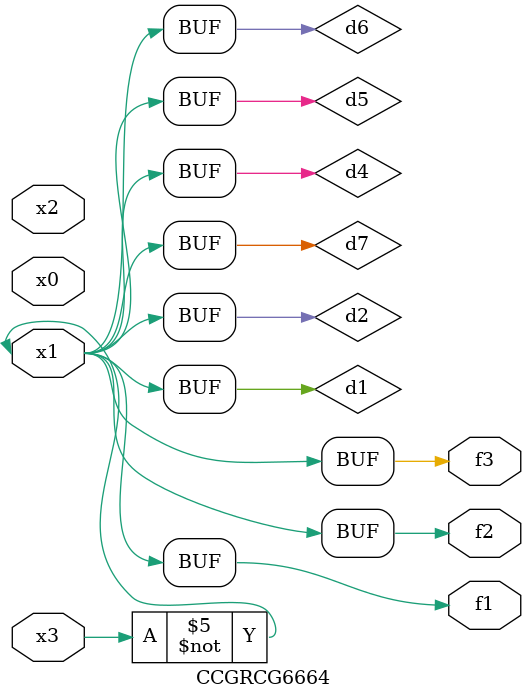
<source format=v>
module CCGRCG6664(
	input x0, x1, x2, x3,
	output f1, f2, f3
);

	wire d1, d2, d3, d4, d5, d6, d7;

	not (d1, x3);
	buf (d2, x1);
	xnor (d3, d1, d2);
	nor (d4, d1);
	buf (d5, d1, d2);
	buf (d6, d4, d5);
	nand (d7, d4);
	assign f1 = d6;
	assign f2 = d7;
	assign f3 = d6;
endmodule

</source>
